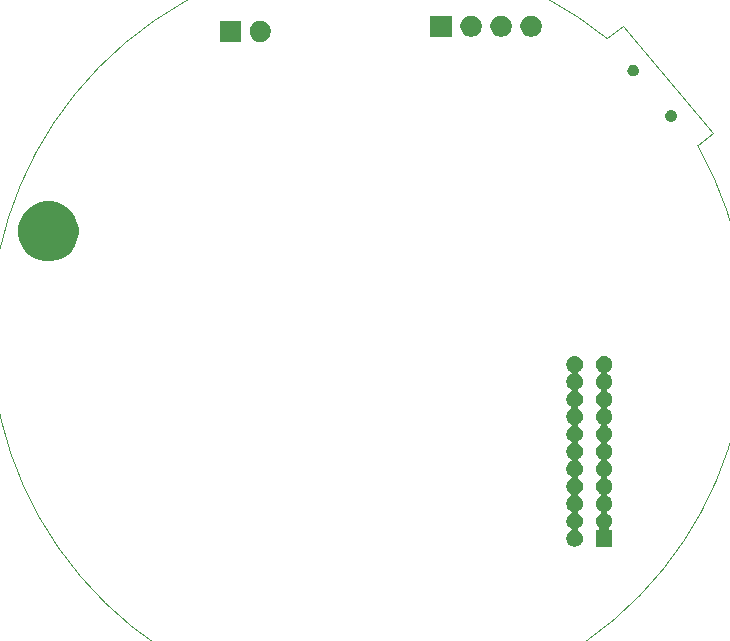
<source format=gbr>
G04 #@! TF.GenerationSoftware,KiCad,Pcbnew,(5.1.5)-3*
G04 #@! TF.CreationDate,2021-12-17T23:07:34-08:00*
G04 #@! TF.ProjectId,watch_v1,77617463-685f-4763-912e-6b696361645f,rev?*
G04 #@! TF.SameCoordinates,Original*
G04 #@! TF.FileFunction,Soldermask,Bot*
G04 #@! TF.FilePolarity,Negative*
%FSLAX46Y46*%
G04 Gerber Fmt 4.6, Leading zero omitted, Abs format (unit mm)*
G04 Created by KiCad (PCBNEW (5.1.5)-3) date 2021-12-17 23:07:34*
%MOMM*%
%LPD*%
G04 APERTURE LIST*
%ADD10C,0.050000*%
%ADD11C,0.150000*%
G04 APERTURE END LIST*
D10*
X155752624Y-53294380D02*
G75*
G02X148089479Y-44241041I-27838224J-15793620D01*
G01*
X155752800Y-53294280D02*
X157038040Y-52242720D01*
X149407880Y-43159680D02*
X157038040Y-52242720D01*
X148089480Y-44241040D02*
X149407880Y-43159680D01*
D11*
G36*
X145537833Y-71149298D02*
G01*
X145665409Y-71202142D01*
X145780219Y-71278855D01*
X145877865Y-71376501D01*
X145954578Y-71491311D01*
X146007422Y-71618887D01*
X146034360Y-71754316D01*
X146034360Y-71892404D01*
X146007422Y-72027833D01*
X145954578Y-72155409D01*
X145877865Y-72270219D01*
X145780219Y-72367865D01*
X145665409Y-72444578D01*
X145663482Y-72445376D01*
X145641872Y-72456927D01*
X145622930Y-72472472D01*
X145607384Y-72491414D01*
X145595833Y-72513025D01*
X145588720Y-72536474D01*
X145586318Y-72560860D01*
X145588720Y-72585246D01*
X145595833Y-72608695D01*
X145607384Y-72630305D01*
X145622929Y-72649247D01*
X145641871Y-72664793D01*
X145663482Y-72676344D01*
X145665409Y-72677142D01*
X145780219Y-72753855D01*
X145877865Y-72851501D01*
X145954578Y-72966311D01*
X146007422Y-73093887D01*
X146034360Y-73229316D01*
X146034360Y-73367404D01*
X146007422Y-73502833D01*
X145954578Y-73630409D01*
X145877865Y-73745219D01*
X145780219Y-73842865D01*
X145665409Y-73919578D01*
X145663482Y-73920376D01*
X145641872Y-73931927D01*
X145622930Y-73947472D01*
X145607384Y-73966414D01*
X145595833Y-73988025D01*
X145588720Y-74011474D01*
X145586318Y-74035860D01*
X145588720Y-74060246D01*
X145595833Y-74083695D01*
X145607384Y-74105305D01*
X145622929Y-74124247D01*
X145641871Y-74139793D01*
X145663482Y-74151344D01*
X145665409Y-74152142D01*
X145780219Y-74228855D01*
X145877865Y-74326501D01*
X145954578Y-74441311D01*
X146007422Y-74568887D01*
X146034360Y-74704316D01*
X146034360Y-74842404D01*
X146007422Y-74977833D01*
X145954578Y-75105409D01*
X145877865Y-75220219D01*
X145780219Y-75317865D01*
X145665409Y-75394578D01*
X145663482Y-75395376D01*
X145641872Y-75406927D01*
X145622930Y-75422472D01*
X145607384Y-75441414D01*
X145595833Y-75463025D01*
X145588720Y-75486474D01*
X145586318Y-75510860D01*
X145588720Y-75535246D01*
X145595833Y-75558695D01*
X145607384Y-75580305D01*
X145622929Y-75599247D01*
X145641871Y-75614793D01*
X145663482Y-75626344D01*
X145665409Y-75627142D01*
X145780219Y-75703855D01*
X145877865Y-75801501D01*
X145954578Y-75916311D01*
X146007422Y-76043887D01*
X146034360Y-76179316D01*
X146034360Y-76317404D01*
X146007422Y-76452833D01*
X145954578Y-76580409D01*
X145877865Y-76695219D01*
X145780219Y-76792865D01*
X145665409Y-76869578D01*
X145663482Y-76870376D01*
X145641872Y-76881927D01*
X145622930Y-76897472D01*
X145607384Y-76916414D01*
X145595833Y-76938025D01*
X145588720Y-76961474D01*
X145586318Y-76985860D01*
X145588720Y-77010246D01*
X145595833Y-77033695D01*
X145607384Y-77055305D01*
X145622929Y-77074247D01*
X145641871Y-77089793D01*
X145663482Y-77101344D01*
X145665409Y-77102142D01*
X145780219Y-77178855D01*
X145877865Y-77276501D01*
X145954578Y-77391311D01*
X146007422Y-77518887D01*
X146034360Y-77654316D01*
X146034360Y-77792404D01*
X146007422Y-77927833D01*
X145954578Y-78055409D01*
X145877865Y-78170219D01*
X145780219Y-78267865D01*
X145665409Y-78344578D01*
X145663482Y-78345376D01*
X145641872Y-78356927D01*
X145622930Y-78372472D01*
X145607384Y-78391414D01*
X145595833Y-78413025D01*
X145588720Y-78436474D01*
X145586318Y-78460860D01*
X145588720Y-78485246D01*
X145595833Y-78508695D01*
X145607384Y-78530305D01*
X145622929Y-78549247D01*
X145641871Y-78564793D01*
X145663482Y-78576344D01*
X145665409Y-78577142D01*
X145780219Y-78653855D01*
X145877865Y-78751501D01*
X145954578Y-78866311D01*
X146007422Y-78993887D01*
X146034360Y-79129316D01*
X146034360Y-79267404D01*
X146007422Y-79402833D01*
X145954578Y-79530409D01*
X145877865Y-79645219D01*
X145780219Y-79742865D01*
X145665409Y-79819578D01*
X145663482Y-79820376D01*
X145641872Y-79831927D01*
X145622930Y-79847472D01*
X145607384Y-79866414D01*
X145595833Y-79888025D01*
X145588720Y-79911474D01*
X145586318Y-79935860D01*
X145588720Y-79960246D01*
X145595833Y-79983695D01*
X145607384Y-80005305D01*
X145622929Y-80024247D01*
X145641871Y-80039793D01*
X145663482Y-80051344D01*
X145665409Y-80052142D01*
X145780219Y-80128855D01*
X145877865Y-80226501D01*
X145954578Y-80341311D01*
X146007422Y-80468887D01*
X146034360Y-80604316D01*
X146034360Y-80742404D01*
X146007422Y-80877833D01*
X145954578Y-81005409D01*
X145877865Y-81120219D01*
X145780219Y-81217865D01*
X145665409Y-81294578D01*
X145663482Y-81295376D01*
X145641872Y-81306927D01*
X145622930Y-81322472D01*
X145607384Y-81341414D01*
X145595833Y-81363025D01*
X145588720Y-81386474D01*
X145586318Y-81410860D01*
X145588720Y-81435246D01*
X145595833Y-81458695D01*
X145607384Y-81480305D01*
X145622929Y-81499247D01*
X145641871Y-81514793D01*
X145663482Y-81526344D01*
X145665409Y-81527142D01*
X145780219Y-81603855D01*
X145877865Y-81701501D01*
X145954578Y-81816311D01*
X146007422Y-81943887D01*
X146034360Y-82079316D01*
X146034360Y-82217404D01*
X146007422Y-82352833D01*
X145954578Y-82480409D01*
X145877865Y-82595219D01*
X145780219Y-82692865D01*
X145665409Y-82769578D01*
X145663482Y-82770376D01*
X145641872Y-82781927D01*
X145622930Y-82797472D01*
X145607384Y-82816414D01*
X145595833Y-82838025D01*
X145588720Y-82861474D01*
X145586318Y-82885860D01*
X145588720Y-82910246D01*
X145595833Y-82933695D01*
X145607384Y-82955305D01*
X145622929Y-82974247D01*
X145641871Y-82989793D01*
X145663482Y-83001344D01*
X145665409Y-83002142D01*
X145780219Y-83078855D01*
X145877865Y-83176501D01*
X145954578Y-83291311D01*
X146007422Y-83418887D01*
X146034360Y-83554316D01*
X146034360Y-83692404D01*
X146007422Y-83827833D01*
X145954578Y-83955409D01*
X145877865Y-84070219D01*
X145780219Y-84167865D01*
X145665409Y-84244578D01*
X145663482Y-84245376D01*
X145641872Y-84256927D01*
X145622930Y-84272472D01*
X145607384Y-84291414D01*
X145595833Y-84313025D01*
X145588720Y-84336474D01*
X145586318Y-84360860D01*
X145588720Y-84385246D01*
X145595833Y-84408695D01*
X145607384Y-84430305D01*
X145622929Y-84449247D01*
X145641871Y-84464793D01*
X145663482Y-84476344D01*
X145665409Y-84477142D01*
X145780219Y-84553855D01*
X145877865Y-84651501D01*
X145954578Y-84766311D01*
X146007422Y-84893887D01*
X146034360Y-85029316D01*
X146034360Y-85167404D01*
X146007422Y-85302833D01*
X145954578Y-85430409D01*
X145877865Y-85545219D01*
X145780219Y-85642865D01*
X145665409Y-85719578D01*
X145663482Y-85720376D01*
X145641872Y-85731927D01*
X145622930Y-85747472D01*
X145607384Y-85766414D01*
X145595833Y-85788025D01*
X145588720Y-85811474D01*
X145586318Y-85835860D01*
X145588720Y-85860246D01*
X145595833Y-85883695D01*
X145607384Y-85905305D01*
X145622929Y-85924247D01*
X145641871Y-85939793D01*
X145663482Y-85951344D01*
X145665409Y-85952142D01*
X145780219Y-86028855D01*
X145877865Y-86126501D01*
X145954578Y-86241311D01*
X146007422Y-86368887D01*
X146034360Y-86504316D01*
X146034360Y-86642404D01*
X146007422Y-86777833D01*
X145954578Y-86905409D01*
X145877865Y-87020219D01*
X145780219Y-87117865D01*
X145665409Y-87194578D01*
X145537833Y-87247422D01*
X145402404Y-87274360D01*
X145264316Y-87274360D01*
X145128887Y-87247422D01*
X145001311Y-87194578D01*
X144886501Y-87117865D01*
X144788855Y-87020219D01*
X144712142Y-86905409D01*
X144659298Y-86777833D01*
X144632360Y-86642404D01*
X144632360Y-86504316D01*
X144659298Y-86368887D01*
X144712142Y-86241311D01*
X144788855Y-86126501D01*
X144886501Y-86028855D01*
X145001311Y-85952142D01*
X145003238Y-85951344D01*
X145024848Y-85939793D01*
X145043790Y-85924248D01*
X145059336Y-85905306D01*
X145070887Y-85883695D01*
X145078000Y-85860246D01*
X145080402Y-85835860D01*
X145078000Y-85811474D01*
X145070887Y-85788025D01*
X145059336Y-85766415D01*
X145043791Y-85747473D01*
X145024849Y-85731927D01*
X145003238Y-85720376D01*
X145001311Y-85719578D01*
X144886501Y-85642865D01*
X144788855Y-85545219D01*
X144712142Y-85430409D01*
X144659298Y-85302833D01*
X144632360Y-85167404D01*
X144632360Y-85029316D01*
X144659298Y-84893887D01*
X144712142Y-84766311D01*
X144788855Y-84651501D01*
X144886501Y-84553855D01*
X145001311Y-84477142D01*
X145003238Y-84476344D01*
X145024848Y-84464793D01*
X145043790Y-84449248D01*
X145059336Y-84430306D01*
X145070887Y-84408695D01*
X145078000Y-84385246D01*
X145080402Y-84360860D01*
X145078000Y-84336474D01*
X145070887Y-84313025D01*
X145059336Y-84291415D01*
X145043791Y-84272473D01*
X145024849Y-84256927D01*
X145003238Y-84245376D01*
X145001311Y-84244578D01*
X144886501Y-84167865D01*
X144788855Y-84070219D01*
X144712142Y-83955409D01*
X144659298Y-83827833D01*
X144632360Y-83692404D01*
X144632360Y-83554316D01*
X144659298Y-83418887D01*
X144712142Y-83291311D01*
X144788855Y-83176501D01*
X144886501Y-83078855D01*
X145001311Y-83002142D01*
X145003238Y-83001344D01*
X145024848Y-82989793D01*
X145043790Y-82974248D01*
X145059336Y-82955306D01*
X145070887Y-82933695D01*
X145078000Y-82910246D01*
X145080402Y-82885860D01*
X145078000Y-82861474D01*
X145070887Y-82838025D01*
X145059336Y-82816415D01*
X145043791Y-82797473D01*
X145024849Y-82781927D01*
X145003238Y-82770376D01*
X145001311Y-82769578D01*
X144886501Y-82692865D01*
X144788855Y-82595219D01*
X144712142Y-82480409D01*
X144659298Y-82352833D01*
X144632360Y-82217404D01*
X144632360Y-82079316D01*
X144659298Y-81943887D01*
X144712142Y-81816311D01*
X144788855Y-81701501D01*
X144886501Y-81603855D01*
X145001311Y-81527142D01*
X145003238Y-81526344D01*
X145024848Y-81514793D01*
X145043790Y-81499248D01*
X145059336Y-81480306D01*
X145070887Y-81458695D01*
X145078000Y-81435246D01*
X145080402Y-81410860D01*
X145078000Y-81386474D01*
X145070887Y-81363025D01*
X145059336Y-81341415D01*
X145043791Y-81322473D01*
X145024849Y-81306927D01*
X145003238Y-81295376D01*
X145001311Y-81294578D01*
X144886501Y-81217865D01*
X144788855Y-81120219D01*
X144712142Y-81005409D01*
X144659298Y-80877833D01*
X144632360Y-80742404D01*
X144632360Y-80604316D01*
X144659298Y-80468887D01*
X144712142Y-80341311D01*
X144788855Y-80226501D01*
X144886501Y-80128855D01*
X145001311Y-80052142D01*
X145003238Y-80051344D01*
X145024848Y-80039793D01*
X145043790Y-80024248D01*
X145059336Y-80005306D01*
X145070887Y-79983695D01*
X145078000Y-79960246D01*
X145080402Y-79935860D01*
X145078000Y-79911474D01*
X145070887Y-79888025D01*
X145059336Y-79866415D01*
X145043791Y-79847473D01*
X145024849Y-79831927D01*
X145003238Y-79820376D01*
X145001311Y-79819578D01*
X144886501Y-79742865D01*
X144788855Y-79645219D01*
X144712142Y-79530409D01*
X144659298Y-79402833D01*
X144632360Y-79267404D01*
X144632360Y-79129316D01*
X144659298Y-78993887D01*
X144712142Y-78866311D01*
X144788855Y-78751501D01*
X144886501Y-78653855D01*
X145001311Y-78577142D01*
X145003238Y-78576344D01*
X145024848Y-78564793D01*
X145043790Y-78549248D01*
X145059336Y-78530306D01*
X145070887Y-78508695D01*
X145078000Y-78485246D01*
X145080402Y-78460860D01*
X145078000Y-78436474D01*
X145070887Y-78413025D01*
X145059336Y-78391415D01*
X145043791Y-78372473D01*
X145024849Y-78356927D01*
X145003238Y-78345376D01*
X145001311Y-78344578D01*
X144886501Y-78267865D01*
X144788855Y-78170219D01*
X144712142Y-78055409D01*
X144659298Y-77927833D01*
X144632360Y-77792404D01*
X144632360Y-77654316D01*
X144659298Y-77518887D01*
X144712142Y-77391311D01*
X144788855Y-77276501D01*
X144886501Y-77178855D01*
X145001311Y-77102142D01*
X145003238Y-77101344D01*
X145024848Y-77089793D01*
X145043790Y-77074248D01*
X145059336Y-77055306D01*
X145070887Y-77033695D01*
X145078000Y-77010246D01*
X145080402Y-76985860D01*
X145078000Y-76961474D01*
X145070887Y-76938025D01*
X145059336Y-76916415D01*
X145043791Y-76897473D01*
X145024849Y-76881927D01*
X145003238Y-76870376D01*
X145001311Y-76869578D01*
X144886501Y-76792865D01*
X144788855Y-76695219D01*
X144712142Y-76580409D01*
X144659298Y-76452833D01*
X144632360Y-76317404D01*
X144632360Y-76179316D01*
X144659298Y-76043887D01*
X144712142Y-75916311D01*
X144788855Y-75801501D01*
X144886501Y-75703855D01*
X145001311Y-75627142D01*
X145003238Y-75626344D01*
X145024848Y-75614793D01*
X145043790Y-75599248D01*
X145059336Y-75580306D01*
X145070887Y-75558695D01*
X145078000Y-75535246D01*
X145080402Y-75510860D01*
X145078000Y-75486474D01*
X145070887Y-75463025D01*
X145059336Y-75441415D01*
X145043791Y-75422473D01*
X145024849Y-75406927D01*
X145003238Y-75395376D01*
X145001311Y-75394578D01*
X144886501Y-75317865D01*
X144788855Y-75220219D01*
X144712142Y-75105409D01*
X144659298Y-74977833D01*
X144632360Y-74842404D01*
X144632360Y-74704316D01*
X144659298Y-74568887D01*
X144712142Y-74441311D01*
X144788855Y-74326501D01*
X144886501Y-74228855D01*
X145001311Y-74152142D01*
X145003238Y-74151344D01*
X145024848Y-74139793D01*
X145043790Y-74124248D01*
X145059336Y-74105306D01*
X145070887Y-74083695D01*
X145078000Y-74060246D01*
X145080402Y-74035860D01*
X145078000Y-74011474D01*
X145070887Y-73988025D01*
X145059336Y-73966415D01*
X145043791Y-73947473D01*
X145024849Y-73931927D01*
X145003238Y-73920376D01*
X145001311Y-73919578D01*
X144886501Y-73842865D01*
X144788855Y-73745219D01*
X144712142Y-73630409D01*
X144659298Y-73502833D01*
X144632360Y-73367404D01*
X144632360Y-73229316D01*
X144659298Y-73093887D01*
X144712142Y-72966311D01*
X144788855Y-72851501D01*
X144886501Y-72753855D01*
X145001311Y-72677142D01*
X145003238Y-72676344D01*
X145024848Y-72664793D01*
X145043790Y-72649248D01*
X145059336Y-72630306D01*
X145070887Y-72608695D01*
X145078000Y-72585246D01*
X145080402Y-72560860D01*
X145078000Y-72536474D01*
X145070887Y-72513025D01*
X145059336Y-72491415D01*
X145043791Y-72472473D01*
X145024849Y-72456927D01*
X145003238Y-72445376D01*
X145001311Y-72444578D01*
X144886501Y-72367865D01*
X144788855Y-72270219D01*
X144712142Y-72155409D01*
X144659298Y-72027833D01*
X144632360Y-71892404D01*
X144632360Y-71754316D01*
X144659298Y-71618887D01*
X144712142Y-71491311D01*
X144788855Y-71376501D01*
X144886501Y-71278855D01*
X145001311Y-71202142D01*
X145128887Y-71149298D01*
X145264316Y-71122360D01*
X145402404Y-71122360D01*
X145537833Y-71149298D01*
G37*
G36*
X148037833Y-71149298D02*
G01*
X148165409Y-71202142D01*
X148280219Y-71278855D01*
X148377865Y-71376501D01*
X148454578Y-71491311D01*
X148507422Y-71618887D01*
X148534360Y-71754316D01*
X148534360Y-71892404D01*
X148507422Y-72027833D01*
X148454578Y-72155409D01*
X148377865Y-72270219D01*
X148280219Y-72367865D01*
X148165409Y-72444578D01*
X148163482Y-72445376D01*
X148141872Y-72456927D01*
X148122930Y-72472472D01*
X148107384Y-72491414D01*
X148095833Y-72513025D01*
X148088720Y-72536474D01*
X148086318Y-72560860D01*
X148088720Y-72585246D01*
X148095833Y-72608695D01*
X148107384Y-72630305D01*
X148122929Y-72649247D01*
X148141871Y-72664793D01*
X148163482Y-72676344D01*
X148165409Y-72677142D01*
X148280219Y-72753855D01*
X148377865Y-72851501D01*
X148454578Y-72966311D01*
X148507422Y-73093887D01*
X148534360Y-73229316D01*
X148534360Y-73367404D01*
X148507422Y-73502833D01*
X148454578Y-73630409D01*
X148377865Y-73745219D01*
X148280219Y-73842865D01*
X148165409Y-73919578D01*
X148163482Y-73920376D01*
X148141872Y-73931927D01*
X148122930Y-73947472D01*
X148107384Y-73966414D01*
X148095833Y-73988025D01*
X148088720Y-74011474D01*
X148086318Y-74035860D01*
X148088720Y-74060246D01*
X148095833Y-74083695D01*
X148107384Y-74105305D01*
X148122929Y-74124247D01*
X148141871Y-74139793D01*
X148163482Y-74151344D01*
X148165409Y-74152142D01*
X148280219Y-74228855D01*
X148377865Y-74326501D01*
X148454578Y-74441311D01*
X148507422Y-74568887D01*
X148534360Y-74704316D01*
X148534360Y-74842404D01*
X148507422Y-74977833D01*
X148454578Y-75105409D01*
X148377865Y-75220219D01*
X148280219Y-75317865D01*
X148165409Y-75394578D01*
X148163482Y-75395376D01*
X148141872Y-75406927D01*
X148122930Y-75422472D01*
X148107384Y-75441414D01*
X148095833Y-75463025D01*
X148088720Y-75486474D01*
X148086318Y-75510860D01*
X148088720Y-75535246D01*
X148095833Y-75558695D01*
X148107384Y-75580305D01*
X148122929Y-75599247D01*
X148141871Y-75614793D01*
X148163482Y-75626344D01*
X148165409Y-75627142D01*
X148280219Y-75703855D01*
X148377865Y-75801501D01*
X148454578Y-75916311D01*
X148507422Y-76043887D01*
X148534360Y-76179316D01*
X148534360Y-76317404D01*
X148507422Y-76452833D01*
X148454578Y-76580409D01*
X148377865Y-76695219D01*
X148280219Y-76792865D01*
X148165409Y-76869578D01*
X148163482Y-76870376D01*
X148141872Y-76881927D01*
X148122930Y-76897472D01*
X148107384Y-76916414D01*
X148095833Y-76938025D01*
X148088720Y-76961474D01*
X148086318Y-76985860D01*
X148088720Y-77010246D01*
X148095833Y-77033695D01*
X148107384Y-77055305D01*
X148122929Y-77074247D01*
X148141871Y-77089793D01*
X148163482Y-77101344D01*
X148165409Y-77102142D01*
X148280219Y-77178855D01*
X148377865Y-77276501D01*
X148454578Y-77391311D01*
X148507422Y-77518887D01*
X148534360Y-77654316D01*
X148534360Y-77792404D01*
X148507422Y-77927833D01*
X148454578Y-78055409D01*
X148377865Y-78170219D01*
X148280219Y-78267865D01*
X148165409Y-78344578D01*
X148163482Y-78345376D01*
X148141872Y-78356927D01*
X148122930Y-78372472D01*
X148107384Y-78391414D01*
X148095833Y-78413025D01*
X148088720Y-78436474D01*
X148086318Y-78460860D01*
X148088720Y-78485246D01*
X148095833Y-78508695D01*
X148107384Y-78530305D01*
X148122929Y-78549247D01*
X148141871Y-78564793D01*
X148163482Y-78576344D01*
X148165409Y-78577142D01*
X148280219Y-78653855D01*
X148377865Y-78751501D01*
X148454578Y-78866311D01*
X148507422Y-78993887D01*
X148534360Y-79129316D01*
X148534360Y-79267404D01*
X148507422Y-79402833D01*
X148454578Y-79530409D01*
X148377865Y-79645219D01*
X148280219Y-79742865D01*
X148165409Y-79819578D01*
X148163482Y-79820376D01*
X148141872Y-79831927D01*
X148122930Y-79847472D01*
X148107384Y-79866414D01*
X148095833Y-79888025D01*
X148088720Y-79911474D01*
X148086318Y-79935860D01*
X148088720Y-79960246D01*
X148095833Y-79983695D01*
X148107384Y-80005305D01*
X148122929Y-80024247D01*
X148141871Y-80039793D01*
X148163482Y-80051344D01*
X148165409Y-80052142D01*
X148280219Y-80128855D01*
X148377865Y-80226501D01*
X148454578Y-80341311D01*
X148507422Y-80468887D01*
X148534360Y-80604316D01*
X148534360Y-80742404D01*
X148507422Y-80877833D01*
X148454578Y-81005409D01*
X148377865Y-81120219D01*
X148280219Y-81217865D01*
X148165409Y-81294578D01*
X148163482Y-81295376D01*
X148141872Y-81306927D01*
X148122930Y-81322472D01*
X148107384Y-81341414D01*
X148095833Y-81363025D01*
X148088720Y-81386474D01*
X148086318Y-81410860D01*
X148088720Y-81435246D01*
X148095833Y-81458695D01*
X148107384Y-81480305D01*
X148122929Y-81499247D01*
X148141871Y-81514793D01*
X148163482Y-81526344D01*
X148165409Y-81527142D01*
X148280219Y-81603855D01*
X148377865Y-81701501D01*
X148454578Y-81816311D01*
X148507422Y-81943887D01*
X148534360Y-82079316D01*
X148534360Y-82217404D01*
X148507422Y-82352833D01*
X148454578Y-82480409D01*
X148377865Y-82595219D01*
X148280219Y-82692865D01*
X148165409Y-82769578D01*
X148163482Y-82770376D01*
X148141872Y-82781927D01*
X148122930Y-82797472D01*
X148107384Y-82816414D01*
X148095833Y-82838025D01*
X148088720Y-82861474D01*
X148086318Y-82885860D01*
X148088720Y-82910246D01*
X148095833Y-82933695D01*
X148107384Y-82955305D01*
X148122929Y-82974247D01*
X148141871Y-82989793D01*
X148163482Y-83001344D01*
X148165409Y-83002142D01*
X148280219Y-83078855D01*
X148377865Y-83176501D01*
X148454578Y-83291311D01*
X148507422Y-83418887D01*
X148534360Y-83554316D01*
X148534360Y-83692404D01*
X148507422Y-83827833D01*
X148454578Y-83955409D01*
X148377865Y-84070219D01*
X148280219Y-84167865D01*
X148165409Y-84244578D01*
X148163482Y-84245376D01*
X148141872Y-84256927D01*
X148122930Y-84272472D01*
X148107384Y-84291414D01*
X148095833Y-84313025D01*
X148088720Y-84336474D01*
X148086318Y-84360860D01*
X148088720Y-84385246D01*
X148095833Y-84408695D01*
X148107384Y-84430305D01*
X148122929Y-84449247D01*
X148141871Y-84464793D01*
X148163482Y-84476344D01*
X148165409Y-84477142D01*
X148280219Y-84553855D01*
X148377865Y-84651501D01*
X148454578Y-84766311D01*
X148507422Y-84893887D01*
X148534360Y-85029316D01*
X148534360Y-85167404D01*
X148507422Y-85302833D01*
X148454578Y-85430409D01*
X148377865Y-85545219D01*
X148280219Y-85642865D01*
X148279375Y-85643429D01*
X148260433Y-85658975D01*
X148244888Y-85677917D01*
X148233337Y-85699528D01*
X148226224Y-85722977D01*
X148223823Y-85747363D01*
X148226225Y-85771749D01*
X148233339Y-85795198D01*
X148244890Y-85816808D01*
X148260436Y-85835750D01*
X148279378Y-85851295D01*
X148300989Y-85862846D01*
X148324438Y-85869959D01*
X148348822Y-85872360D01*
X148534360Y-85872360D01*
X148534360Y-87274360D01*
X147132360Y-87274360D01*
X147132360Y-85872360D01*
X147317898Y-85872360D01*
X147342284Y-85869958D01*
X147365733Y-85862845D01*
X147387344Y-85851294D01*
X147406286Y-85835749D01*
X147421831Y-85816807D01*
X147433382Y-85795196D01*
X147440495Y-85771747D01*
X147442897Y-85747361D01*
X147440495Y-85722975D01*
X147433382Y-85699526D01*
X147421831Y-85677915D01*
X147406286Y-85658973D01*
X147387345Y-85643429D01*
X147386501Y-85642865D01*
X147288855Y-85545219D01*
X147212142Y-85430409D01*
X147159298Y-85302833D01*
X147132360Y-85167404D01*
X147132360Y-85029316D01*
X147159298Y-84893887D01*
X147212142Y-84766311D01*
X147288855Y-84651501D01*
X147386501Y-84553855D01*
X147501311Y-84477142D01*
X147503238Y-84476344D01*
X147524848Y-84464793D01*
X147543790Y-84449248D01*
X147559336Y-84430306D01*
X147570887Y-84408695D01*
X147578000Y-84385246D01*
X147580402Y-84360860D01*
X147578000Y-84336474D01*
X147570887Y-84313025D01*
X147559336Y-84291415D01*
X147543791Y-84272473D01*
X147524849Y-84256927D01*
X147503238Y-84245376D01*
X147501311Y-84244578D01*
X147386501Y-84167865D01*
X147288855Y-84070219D01*
X147212142Y-83955409D01*
X147159298Y-83827833D01*
X147132360Y-83692404D01*
X147132360Y-83554316D01*
X147159298Y-83418887D01*
X147212142Y-83291311D01*
X147288855Y-83176501D01*
X147386501Y-83078855D01*
X147501311Y-83002142D01*
X147503238Y-83001344D01*
X147524848Y-82989793D01*
X147543790Y-82974248D01*
X147559336Y-82955306D01*
X147570887Y-82933695D01*
X147578000Y-82910246D01*
X147580402Y-82885860D01*
X147578000Y-82861474D01*
X147570887Y-82838025D01*
X147559336Y-82816415D01*
X147543791Y-82797473D01*
X147524849Y-82781927D01*
X147503238Y-82770376D01*
X147501311Y-82769578D01*
X147386501Y-82692865D01*
X147288855Y-82595219D01*
X147212142Y-82480409D01*
X147159298Y-82352833D01*
X147132360Y-82217404D01*
X147132360Y-82079316D01*
X147159298Y-81943887D01*
X147212142Y-81816311D01*
X147288855Y-81701501D01*
X147386501Y-81603855D01*
X147501311Y-81527142D01*
X147503238Y-81526344D01*
X147524848Y-81514793D01*
X147543790Y-81499248D01*
X147559336Y-81480306D01*
X147570887Y-81458695D01*
X147578000Y-81435246D01*
X147580402Y-81410860D01*
X147578000Y-81386474D01*
X147570887Y-81363025D01*
X147559336Y-81341415D01*
X147543791Y-81322473D01*
X147524849Y-81306927D01*
X147503238Y-81295376D01*
X147501311Y-81294578D01*
X147386501Y-81217865D01*
X147288855Y-81120219D01*
X147212142Y-81005409D01*
X147159298Y-80877833D01*
X147132360Y-80742404D01*
X147132360Y-80604316D01*
X147159298Y-80468887D01*
X147212142Y-80341311D01*
X147288855Y-80226501D01*
X147386501Y-80128855D01*
X147501311Y-80052142D01*
X147503238Y-80051344D01*
X147524848Y-80039793D01*
X147543790Y-80024248D01*
X147559336Y-80005306D01*
X147570887Y-79983695D01*
X147578000Y-79960246D01*
X147580402Y-79935860D01*
X147578000Y-79911474D01*
X147570887Y-79888025D01*
X147559336Y-79866415D01*
X147543791Y-79847473D01*
X147524849Y-79831927D01*
X147503238Y-79820376D01*
X147501311Y-79819578D01*
X147386501Y-79742865D01*
X147288855Y-79645219D01*
X147212142Y-79530409D01*
X147159298Y-79402833D01*
X147132360Y-79267404D01*
X147132360Y-79129316D01*
X147159298Y-78993887D01*
X147212142Y-78866311D01*
X147288855Y-78751501D01*
X147386501Y-78653855D01*
X147501311Y-78577142D01*
X147503238Y-78576344D01*
X147524848Y-78564793D01*
X147543790Y-78549248D01*
X147559336Y-78530306D01*
X147570887Y-78508695D01*
X147578000Y-78485246D01*
X147580402Y-78460860D01*
X147578000Y-78436474D01*
X147570887Y-78413025D01*
X147559336Y-78391415D01*
X147543791Y-78372473D01*
X147524849Y-78356927D01*
X147503238Y-78345376D01*
X147501311Y-78344578D01*
X147386501Y-78267865D01*
X147288855Y-78170219D01*
X147212142Y-78055409D01*
X147159298Y-77927833D01*
X147132360Y-77792404D01*
X147132360Y-77654316D01*
X147159298Y-77518887D01*
X147212142Y-77391311D01*
X147288855Y-77276501D01*
X147386501Y-77178855D01*
X147501311Y-77102142D01*
X147503238Y-77101344D01*
X147524848Y-77089793D01*
X147543790Y-77074248D01*
X147559336Y-77055306D01*
X147570887Y-77033695D01*
X147578000Y-77010246D01*
X147580402Y-76985860D01*
X147578000Y-76961474D01*
X147570887Y-76938025D01*
X147559336Y-76916415D01*
X147543791Y-76897473D01*
X147524849Y-76881927D01*
X147503238Y-76870376D01*
X147501311Y-76869578D01*
X147386501Y-76792865D01*
X147288855Y-76695219D01*
X147212142Y-76580409D01*
X147159298Y-76452833D01*
X147132360Y-76317404D01*
X147132360Y-76179316D01*
X147159298Y-76043887D01*
X147212142Y-75916311D01*
X147288855Y-75801501D01*
X147386501Y-75703855D01*
X147501311Y-75627142D01*
X147503238Y-75626344D01*
X147524848Y-75614793D01*
X147543790Y-75599248D01*
X147559336Y-75580306D01*
X147570887Y-75558695D01*
X147578000Y-75535246D01*
X147580402Y-75510860D01*
X147578000Y-75486474D01*
X147570887Y-75463025D01*
X147559336Y-75441415D01*
X147543791Y-75422473D01*
X147524849Y-75406927D01*
X147503238Y-75395376D01*
X147501311Y-75394578D01*
X147386501Y-75317865D01*
X147288855Y-75220219D01*
X147212142Y-75105409D01*
X147159298Y-74977833D01*
X147132360Y-74842404D01*
X147132360Y-74704316D01*
X147159298Y-74568887D01*
X147212142Y-74441311D01*
X147288855Y-74326501D01*
X147386501Y-74228855D01*
X147501311Y-74152142D01*
X147503238Y-74151344D01*
X147524848Y-74139793D01*
X147543790Y-74124248D01*
X147559336Y-74105306D01*
X147570887Y-74083695D01*
X147578000Y-74060246D01*
X147580402Y-74035860D01*
X147578000Y-74011474D01*
X147570887Y-73988025D01*
X147559336Y-73966415D01*
X147543791Y-73947473D01*
X147524849Y-73931927D01*
X147503238Y-73920376D01*
X147501311Y-73919578D01*
X147386501Y-73842865D01*
X147288855Y-73745219D01*
X147212142Y-73630409D01*
X147159298Y-73502833D01*
X147132360Y-73367404D01*
X147132360Y-73229316D01*
X147159298Y-73093887D01*
X147212142Y-72966311D01*
X147288855Y-72851501D01*
X147386501Y-72753855D01*
X147501311Y-72677142D01*
X147503238Y-72676344D01*
X147524848Y-72664793D01*
X147543790Y-72649248D01*
X147559336Y-72630306D01*
X147570887Y-72608695D01*
X147578000Y-72585246D01*
X147580402Y-72560860D01*
X147578000Y-72536474D01*
X147570887Y-72513025D01*
X147559336Y-72491415D01*
X147543791Y-72472473D01*
X147524849Y-72456927D01*
X147503238Y-72445376D01*
X147501311Y-72444578D01*
X147386501Y-72367865D01*
X147288855Y-72270219D01*
X147212142Y-72155409D01*
X147159298Y-72027833D01*
X147132360Y-71892404D01*
X147132360Y-71754316D01*
X147159298Y-71618887D01*
X147212142Y-71491311D01*
X147288855Y-71376501D01*
X147386501Y-71278855D01*
X147501311Y-71202142D01*
X147628887Y-71149298D01*
X147764316Y-71122360D01*
X147902404Y-71122360D01*
X148037833Y-71149298D01*
G37*
G36*
X101531298Y-58115873D02*
G01*
X101995550Y-58308172D01*
X101995552Y-58308173D01*
X102413368Y-58587349D01*
X102768691Y-58942672D01*
X103047867Y-59360488D01*
X103047868Y-59360490D01*
X103240167Y-59824742D01*
X103338200Y-60317587D01*
X103338200Y-60820093D01*
X103240167Y-61312938D01*
X103047868Y-61777190D01*
X103047867Y-61777192D01*
X102768691Y-62195008D01*
X102413368Y-62550331D01*
X101995552Y-62829507D01*
X101995551Y-62829508D01*
X101995550Y-62829508D01*
X101531298Y-63021807D01*
X101038453Y-63119840D01*
X100535947Y-63119840D01*
X100043102Y-63021807D01*
X99578850Y-62829508D01*
X99578849Y-62829508D01*
X99578848Y-62829507D01*
X99161032Y-62550331D01*
X98805709Y-62195008D01*
X98526533Y-61777192D01*
X98526532Y-61777190D01*
X98334233Y-61312938D01*
X98236200Y-60820093D01*
X98236200Y-60317587D01*
X98334233Y-59824742D01*
X98526532Y-59360490D01*
X98526533Y-59360488D01*
X98805709Y-58942672D01*
X99161032Y-58587349D01*
X99578848Y-58308173D01*
X99578850Y-58308172D01*
X100043102Y-58115873D01*
X100535947Y-58017840D01*
X101038453Y-58017840D01*
X101531298Y-58115873D01*
G37*
G36*
X153611949Y-50293337D02*
G01*
X153660345Y-50302964D01*
X153698111Y-50318607D01*
X153751520Y-50340730D01*
X153751521Y-50340731D01*
X153833578Y-50395559D01*
X153903361Y-50465342D01*
X153903362Y-50465344D01*
X153958190Y-50547400D01*
X153995956Y-50638576D01*
X154015209Y-50735366D01*
X154015209Y-50834056D01*
X153995956Y-50930846D01*
X153958190Y-51022022D01*
X153958189Y-51022023D01*
X153903361Y-51104080D01*
X153833578Y-51173863D01*
X153792271Y-51201463D01*
X153751520Y-51228692D01*
X153698111Y-51250815D01*
X153660345Y-51266458D01*
X153611949Y-51276085D01*
X153563554Y-51285711D01*
X153464864Y-51285711D01*
X153416469Y-51276085D01*
X153368073Y-51266458D01*
X153330307Y-51250815D01*
X153276898Y-51228692D01*
X153236147Y-51201463D01*
X153194840Y-51173863D01*
X153125057Y-51104080D01*
X153070229Y-51022023D01*
X153070228Y-51022022D01*
X153032462Y-50930846D01*
X153013209Y-50834056D01*
X153013209Y-50735366D01*
X153032462Y-50638576D01*
X153070228Y-50547400D01*
X153125056Y-50465344D01*
X153125057Y-50465342D01*
X153194840Y-50395559D01*
X153276897Y-50340731D01*
X153276898Y-50340730D01*
X153330307Y-50318607D01*
X153368073Y-50302964D01*
X153416469Y-50293338D01*
X153464864Y-50283711D01*
X153563554Y-50283711D01*
X153611949Y-50293337D01*
G37*
G36*
X150398011Y-46463116D02*
G01*
X150446407Y-46472742D01*
X150484173Y-46488385D01*
X150537582Y-46510508D01*
X150537583Y-46510509D01*
X150619640Y-46565337D01*
X150689423Y-46635120D01*
X150689424Y-46635122D01*
X150744252Y-46717178D01*
X150782018Y-46808354D01*
X150801271Y-46905144D01*
X150801271Y-47003834D01*
X150782018Y-47100624D01*
X150744252Y-47191800D01*
X150744251Y-47191801D01*
X150689423Y-47273858D01*
X150619640Y-47343641D01*
X150578333Y-47371241D01*
X150537582Y-47398470D01*
X150484173Y-47420593D01*
X150446407Y-47436236D01*
X150398011Y-47445863D01*
X150349616Y-47455489D01*
X150250926Y-47455489D01*
X150202531Y-47445863D01*
X150154135Y-47436236D01*
X150116369Y-47420593D01*
X150062960Y-47398470D01*
X150022209Y-47371241D01*
X149980902Y-47343641D01*
X149911119Y-47273858D01*
X149856291Y-47191801D01*
X149856290Y-47191800D01*
X149818524Y-47100624D01*
X149799271Y-47003834D01*
X149799271Y-46905144D01*
X149818524Y-46808354D01*
X149856290Y-46717178D01*
X149911118Y-46635122D01*
X149911119Y-46635120D01*
X149980902Y-46565337D01*
X150062959Y-46510509D01*
X150062960Y-46510508D01*
X150116369Y-46488385D01*
X150154135Y-46472742D01*
X150202531Y-46463116D01*
X150250926Y-46453489D01*
X150349616Y-46453489D01*
X150398011Y-46463116D01*
G37*
G36*
X117080600Y-44538200D02*
G01*
X115278600Y-44538200D01*
X115278600Y-42736200D01*
X117080600Y-42736200D01*
X117080600Y-44538200D01*
G37*
G36*
X118833112Y-42741127D02*
G01*
X118982412Y-42770824D01*
X119146384Y-42838744D01*
X119293954Y-42937347D01*
X119419453Y-43062846D01*
X119518056Y-43210416D01*
X119585976Y-43374388D01*
X119620600Y-43548459D01*
X119620600Y-43725941D01*
X119585976Y-43900012D01*
X119518056Y-44063984D01*
X119419453Y-44211554D01*
X119293954Y-44337053D01*
X119146384Y-44435656D01*
X118982412Y-44503576D01*
X118833112Y-44533273D01*
X118808342Y-44538200D01*
X118630858Y-44538200D01*
X118606088Y-44533273D01*
X118456788Y-44503576D01*
X118292816Y-44435656D01*
X118145246Y-44337053D01*
X118019747Y-44211554D01*
X117921144Y-44063984D01*
X117853224Y-43900012D01*
X117818600Y-43725941D01*
X117818600Y-43548459D01*
X117853224Y-43374388D01*
X117921144Y-43210416D01*
X118019747Y-43062846D01*
X118145246Y-42937347D01*
X118292816Y-42838744D01*
X118456788Y-42770824D01*
X118606088Y-42741127D01*
X118630858Y-42736200D01*
X118808342Y-42736200D01*
X118833112Y-42741127D01*
G37*
G36*
X134936800Y-44106400D02*
G01*
X133134800Y-44106400D01*
X133134800Y-42304400D01*
X134936800Y-42304400D01*
X134936800Y-44106400D01*
G37*
G36*
X136689312Y-42309327D02*
G01*
X136838612Y-42339024D01*
X137002584Y-42406944D01*
X137150154Y-42505547D01*
X137275653Y-42631046D01*
X137374256Y-42778616D01*
X137442176Y-42942588D01*
X137476800Y-43116659D01*
X137476800Y-43294141D01*
X137442176Y-43468212D01*
X137374256Y-43632184D01*
X137275653Y-43779754D01*
X137150154Y-43905253D01*
X137002584Y-44003856D01*
X136838612Y-44071776D01*
X136689312Y-44101473D01*
X136664542Y-44106400D01*
X136487058Y-44106400D01*
X136462288Y-44101473D01*
X136312988Y-44071776D01*
X136149016Y-44003856D01*
X136001446Y-43905253D01*
X135875947Y-43779754D01*
X135777344Y-43632184D01*
X135709424Y-43468212D01*
X135674800Y-43294141D01*
X135674800Y-43116659D01*
X135709424Y-42942588D01*
X135777344Y-42778616D01*
X135875947Y-42631046D01*
X136001446Y-42505547D01*
X136149016Y-42406944D01*
X136312988Y-42339024D01*
X136462288Y-42309327D01*
X136487058Y-42304400D01*
X136664542Y-42304400D01*
X136689312Y-42309327D01*
G37*
G36*
X139229312Y-42309327D02*
G01*
X139378612Y-42339024D01*
X139542584Y-42406944D01*
X139690154Y-42505547D01*
X139815653Y-42631046D01*
X139914256Y-42778616D01*
X139982176Y-42942588D01*
X140016800Y-43116659D01*
X140016800Y-43294141D01*
X139982176Y-43468212D01*
X139914256Y-43632184D01*
X139815653Y-43779754D01*
X139690154Y-43905253D01*
X139542584Y-44003856D01*
X139378612Y-44071776D01*
X139229312Y-44101473D01*
X139204542Y-44106400D01*
X139027058Y-44106400D01*
X139002288Y-44101473D01*
X138852988Y-44071776D01*
X138689016Y-44003856D01*
X138541446Y-43905253D01*
X138415947Y-43779754D01*
X138317344Y-43632184D01*
X138249424Y-43468212D01*
X138214800Y-43294141D01*
X138214800Y-43116659D01*
X138249424Y-42942588D01*
X138317344Y-42778616D01*
X138415947Y-42631046D01*
X138541446Y-42505547D01*
X138689016Y-42406944D01*
X138852988Y-42339024D01*
X139002288Y-42309327D01*
X139027058Y-42304400D01*
X139204542Y-42304400D01*
X139229312Y-42309327D01*
G37*
G36*
X141769312Y-42309327D02*
G01*
X141918612Y-42339024D01*
X142082584Y-42406944D01*
X142230154Y-42505547D01*
X142355653Y-42631046D01*
X142454256Y-42778616D01*
X142522176Y-42942588D01*
X142556800Y-43116659D01*
X142556800Y-43294141D01*
X142522176Y-43468212D01*
X142454256Y-43632184D01*
X142355653Y-43779754D01*
X142230154Y-43905253D01*
X142082584Y-44003856D01*
X141918612Y-44071776D01*
X141769312Y-44101473D01*
X141744542Y-44106400D01*
X141567058Y-44106400D01*
X141542288Y-44101473D01*
X141392988Y-44071776D01*
X141229016Y-44003856D01*
X141081446Y-43905253D01*
X140955947Y-43779754D01*
X140857344Y-43632184D01*
X140789424Y-43468212D01*
X140754800Y-43294141D01*
X140754800Y-43116659D01*
X140789424Y-42942588D01*
X140857344Y-42778616D01*
X140955947Y-42631046D01*
X141081446Y-42505547D01*
X141229016Y-42406944D01*
X141392988Y-42339024D01*
X141542288Y-42309327D01*
X141567058Y-42304400D01*
X141744542Y-42304400D01*
X141769312Y-42309327D01*
G37*
M02*

</source>
